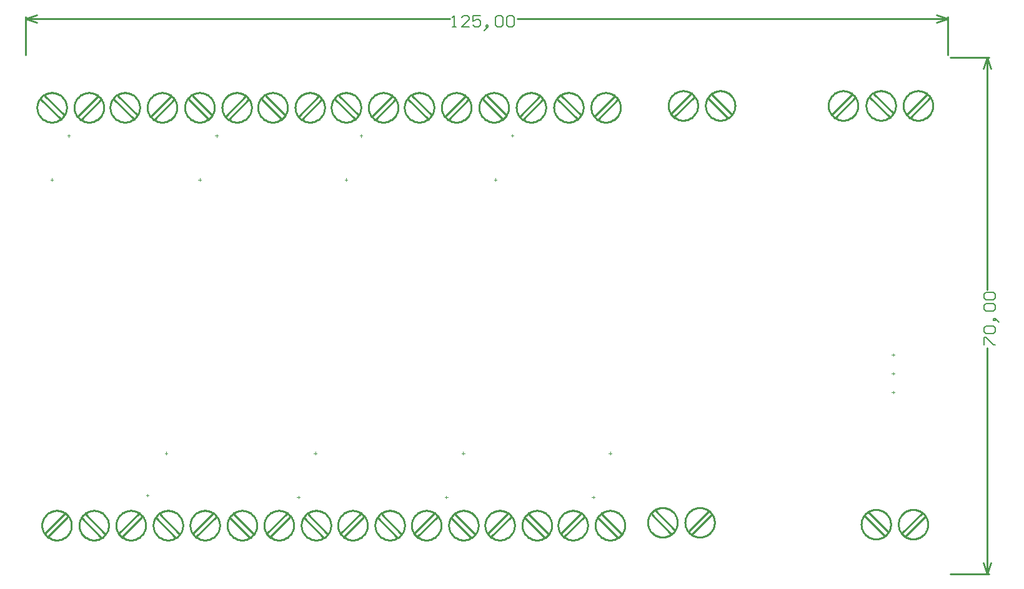
<source format=gm1>
%FSDAX24Y24*%
%MOIN*%
%SFA1B1*%

%IPPOS*%
%ADD23C,0.010000*%
%ADD96C,0.003900*%
%ADD97C,0.006000*%
%LNde-010824-1*%
%LPD*%
G54D23*
X017803Y035800D02*
D01*
X017801Y035854*
X017795Y035909*
X017785Y035963*
X017772Y036016*
X017755Y036069*
X017734Y036120*
X017710Y036169*
X017683Y036217*
X017652Y036262*
X017618Y036305*
X017582Y036346*
X017542Y036384*
X017500Y036420*
X017456Y036452*
X017409Y036481*
X017360Y036507*
X017310Y036529*
X017259Y036548*
X017206Y036563*
X017152Y036575*
X017098Y036582*
X017043Y036586*
X016988*
X016933Y036582*
X016879Y036575*
X016825Y036563*
X016772Y036548*
X016721Y036529*
X016671Y036507*
X016622Y036481*
X016575Y036452*
X016531Y036420*
X016489Y036384*
X016449Y036346*
X016413Y036305*
X016379Y036262*
X016348Y036217*
X016321Y036169*
X016297Y036120*
X016276Y036069*
X016259Y036016*
X016246Y035963*
X016236Y035909*
X016230Y035854*
X016229Y035800*
X016230Y035745*
X016236Y035690*
X016246Y035636*
X016259Y035583*
X016276Y035530*
X016297Y035479*
X016321Y035430*
X016348Y035382*
X016379Y035337*
X016413Y035294*
X016449Y035253*
X016489Y035215*
X016531Y035179*
X016575Y035147*
X016622Y035118*
X016671Y035092*
X016721Y035070*
X016772Y035051*
X016825Y035036*
X016879Y035024*
X016933Y035017*
X016988Y035013*
X017043*
X017098Y035017*
X017152Y035024*
X017206Y035036*
X017259Y035051*
X017310Y035070*
X017360Y035092*
X017409Y035118*
X017456Y035147*
X017500Y035179*
X017542Y035215*
X017582Y035253*
X017618Y035294*
X017652Y035337*
X017683Y035382*
X017710Y035430*
X017734Y035479*
X017755Y035530*
X017772Y035583*
X017785Y035636*
X017795Y035690*
X017801Y035745*
X017803Y035800*
X019787D02*
D01*
X019785Y035854*
X019779Y035909*
X019769Y035963*
X019756Y036016*
X019739Y036069*
X019718Y036120*
X019694Y036169*
X019667Y036217*
X019636Y036262*
X019602Y036305*
X019566Y036346*
X019526Y036384*
X019484Y036420*
X019440Y036452*
X019393Y036481*
X019344Y036507*
X019294Y036529*
X019243Y036548*
X019190Y036563*
X019136Y036575*
X019082Y036582*
X019027Y036586*
X018972*
X018917Y036582*
X018863Y036575*
X018809Y036563*
X018756Y036548*
X018705Y036529*
X018655Y036507*
X018606Y036481*
X018559Y036452*
X018515Y036420*
X018473Y036384*
X018433Y036346*
X018397Y036305*
X018363Y036262*
X018332Y036217*
X018305Y036169*
X018281Y036120*
X018260Y036069*
X018243Y036016*
X018230Y035963*
X018220Y035909*
X018214Y035854*
X018213Y035800*
X018214Y035745*
X018220Y035690*
X018230Y035636*
X018243Y035583*
X018260Y035530*
X018281Y035479*
X018305Y035430*
X018332Y035382*
X018363Y035337*
X018397Y035294*
X018433Y035253*
X018473Y035215*
X018515Y035179*
X018559Y035147*
X018606Y035118*
X018655Y035092*
X018705Y035070*
X018756Y035051*
X018809Y035036*
X018863Y035024*
X018917Y035017*
X018972Y035013*
X019027*
X019082Y035017*
X019136Y035024*
X019190Y035036*
X019243Y035051*
X019294Y035070*
X019344Y035092*
X019393Y035118*
X019440Y035147*
X019484Y035179*
X019526Y035215*
X019566Y035253*
X019602Y035294*
X019636Y035337*
X019667Y035382*
X019694Y035430*
X019718Y035479*
X019739Y035530*
X019756Y035583*
X019769Y035636*
X019779Y035690*
X019785Y035745*
X019787Y035800*
X013903D02*
D01*
X013901Y035854*
X013895Y035909*
X013885Y035963*
X013872Y036016*
X013855Y036069*
X013834Y036120*
X013810Y036169*
X013783Y036217*
X013752Y036262*
X013718Y036305*
X013682Y036346*
X013642Y036384*
X013600Y036420*
X013556Y036452*
X013509Y036481*
X013460Y036507*
X013410Y036529*
X013359Y036548*
X013306Y036563*
X013252Y036575*
X013198Y036582*
X013143Y036586*
X013088*
X013033Y036582*
X012979Y036575*
X012925Y036563*
X012872Y036548*
X012821Y036529*
X012771Y036507*
X012722Y036481*
X012675Y036452*
X012631Y036420*
X012589Y036384*
X012549Y036346*
X012513Y036305*
X012479Y036262*
X012448Y036217*
X012421Y036169*
X012397Y036120*
X012376Y036069*
X012359Y036016*
X012346Y035963*
X012336Y035909*
X012330Y035854*
X012329Y035800*
X012330Y035745*
X012336Y035690*
X012346Y035636*
X012359Y035583*
X012376Y035530*
X012397Y035479*
X012421Y035430*
X012448Y035382*
X012479Y035337*
X012513Y035294*
X012549Y035253*
X012589Y035215*
X012631Y035179*
X012675Y035147*
X012722Y035118*
X012771Y035092*
X012821Y035070*
X012872Y035051*
X012925Y035036*
X012979Y035024*
X013033Y035017*
X013088Y035013*
X013143*
X013198Y035017*
X013252Y035024*
X013306Y035036*
X013359Y035051*
X013410Y035070*
X013460Y035092*
X013509Y035118*
X013556Y035147*
X013600Y035179*
X013642Y035215*
X013682Y035253*
X013718Y035294*
X013752Y035337*
X013783Y035382*
X013810Y035430*
X013834Y035479*
X013855Y035530*
X013872Y035583*
X013885Y035636*
X013895Y035690*
X013901Y035745*
X013903Y035800*
X015887D02*
D01*
X015885Y035854*
X015879Y035909*
X015869Y035963*
X015856Y036016*
X015839Y036069*
X015818Y036120*
X015794Y036169*
X015767Y036217*
X015736Y036262*
X015702Y036305*
X015666Y036346*
X015626Y036384*
X015584Y036420*
X015540Y036452*
X015493Y036481*
X015444Y036507*
X015394Y036529*
X015343Y036548*
X015290Y036563*
X015236Y036575*
X015182Y036582*
X015127Y036586*
X015072*
X015017Y036582*
X014963Y036575*
X014909Y036563*
X014856Y036548*
X014805Y036529*
X014755Y036507*
X014706Y036481*
X014659Y036452*
X014615Y036420*
X014573Y036384*
X014533Y036346*
X014497Y036305*
X014463Y036262*
X014432Y036217*
X014405Y036169*
X014381Y036120*
X014360Y036069*
X014343Y036016*
X014330Y035963*
X014320Y035909*
X014314Y035854*
X014313Y035800*
X014314Y035745*
X014320Y035690*
X014330Y035636*
X014343Y035583*
X014360Y035530*
X014381Y035479*
X014405Y035430*
X014432Y035382*
X014463Y035337*
X014497Y035294*
X014533Y035253*
X014573Y035215*
X014615Y035179*
X014659Y035147*
X014706Y035118*
X014755Y035092*
X014805Y035070*
X014856Y035051*
X014909Y035036*
X014963Y035024*
X015017Y035017*
X015072Y035013*
X015127*
X015182Y035017*
X015236Y035024*
X015290Y035036*
X015343Y035051*
X015394Y035070*
X015444Y035092*
X015493Y035118*
X015540Y035147*
X015584Y035179*
X015626Y035215*
X015666Y035253*
X015702Y035294*
X015736Y035337*
X015767Y035382*
X015794Y035430*
X015818Y035479*
X015839Y035530*
X015856Y035583*
X015869Y035636*
X015879Y035690*
X015885Y035745*
X015887Y035800*
X025687D02*
D01*
X025685Y035854*
X025679Y035909*
X025669Y035963*
X025656Y036016*
X025639Y036069*
X025618Y036120*
X025594Y036169*
X025567Y036217*
X025536Y036262*
X025502Y036305*
X025466Y036346*
X025426Y036384*
X025384Y036420*
X025340Y036452*
X025293Y036481*
X025244Y036507*
X025194Y036529*
X025143Y036548*
X025090Y036563*
X025036Y036575*
X024982Y036582*
X024927Y036586*
X024872*
X024817Y036582*
X024763Y036575*
X024709Y036563*
X024656Y036548*
X024605Y036529*
X024555Y036507*
X024506Y036481*
X024459Y036452*
X024415Y036420*
X024373Y036384*
X024333Y036346*
X024297Y036305*
X024263Y036262*
X024232Y036217*
X024205Y036169*
X024181Y036120*
X024160Y036069*
X024143Y036016*
X024130Y035963*
X024120Y035909*
X024114Y035854*
X024113Y035800*
X024114Y035745*
X024120Y035690*
X024130Y035636*
X024143Y035583*
X024160Y035530*
X024181Y035479*
X024205Y035430*
X024232Y035382*
X024263Y035337*
X024297Y035294*
X024333Y035253*
X024373Y035215*
X024415Y035179*
X024459Y035147*
X024506Y035118*
X024555Y035092*
X024605Y035070*
X024656Y035051*
X024709Y035036*
X024763Y035024*
X024817Y035017*
X024872Y035013*
X024927*
X024982Y035017*
X025036Y035024*
X025090Y035036*
X025143Y035051*
X025194Y035070*
X025244Y035092*
X025293Y035118*
X025340Y035147*
X025384Y035179*
X025426Y035215*
X025466Y035253*
X025502Y035294*
X025536Y035337*
X025567Y035382*
X025594Y035430*
X025618Y035479*
X025639Y035530*
X025656Y035583*
X025669Y035636*
X025679Y035690*
X025685Y035745*
X025687Y035800*
X027672D02*
D01*
X027670Y035854*
X027664Y035909*
X027654Y035963*
X027641Y036016*
X027624Y036069*
X027603Y036120*
X027579Y036169*
X027552Y036217*
X027521Y036262*
X027487Y036305*
X027451Y036346*
X027411Y036384*
X027369Y036420*
X027325Y036452*
X027278Y036481*
X027229Y036507*
X027179Y036529*
X027128Y036548*
X027075Y036563*
X027021Y036575*
X026967Y036582*
X026912Y036586*
X026857*
X026802Y036582*
X026748Y036575*
X026694Y036563*
X026641Y036548*
X026590Y036529*
X026540Y036507*
X026491Y036481*
X026444Y036452*
X026400Y036420*
X026358Y036384*
X026318Y036346*
X026282Y036305*
X026248Y036262*
X026217Y036217*
X026190Y036169*
X026166Y036120*
X026145Y036069*
X026128Y036016*
X026115Y035963*
X026105Y035909*
X026099Y035854*
X026098Y035800*
X026099Y035745*
X026105Y035690*
X026115Y035636*
X026128Y035583*
X026145Y035530*
X026166Y035479*
X026190Y035430*
X026217Y035382*
X026248Y035337*
X026282Y035294*
X026318Y035253*
X026358Y035215*
X026400Y035179*
X026444Y035147*
X026491Y035118*
X026540Y035092*
X026590Y035070*
X026641Y035051*
X026694Y035036*
X026748Y035024*
X026802Y035017*
X026857Y035013*
X026912*
X026967Y035017*
X027021Y035024*
X027075Y035036*
X027128Y035051*
X027179Y035070*
X027229Y035092*
X027278Y035118*
X027325Y035147*
X027369Y035179*
X027411Y035215*
X027451Y035253*
X027487Y035294*
X027521Y035337*
X027552Y035382*
X027579Y035430*
X027603Y035479*
X027624Y035530*
X027641Y035583*
X027654Y035636*
X027664Y035690*
X027670Y035745*
X027672Y035800*
X021787D02*
D01*
X021785Y035854*
X021779Y035909*
X021769Y035963*
X021756Y036016*
X021739Y036069*
X021718Y036120*
X021694Y036169*
X021667Y036217*
X021636Y036262*
X021602Y036305*
X021566Y036346*
X021526Y036384*
X021484Y036420*
X021440Y036452*
X021393Y036481*
X021344Y036507*
X021294Y036529*
X021243Y036548*
X021190Y036563*
X021136Y036575*
X021082Y036582*
X021027Y036586*
X020972*
X020917Y036582*
X020863Y036575*
X020809Y036563*
X020756Y036548*
X020705Y036529*
X020655Y036507*
X020606Y036481*
X020559Y036452*
X020515Y036420*
X020473Y036384*
X020433Y036346*
X020397Y036305*
X020363Y036262*
X020332Y036217*
X020305Y036169*
X020281Y036120*
X020260Y036069*
X020243Y036016*
X020230Y035963*
X020220Y035909*
X020214Y035854*
X020213Y035800*
X020214Y035745*
X020220Y035690*
X020230Y035636*
X020243Y035583*
X020260Y035530*
X020281Y035479*
X020305Y035430*
X020332Y035382*
X020363Y035337*
X020397Y035294*
X020433Y035253*
X020473Y035215*
X020515Y035179*
X020559Y035147*
X020606Y035118*
X020655Y035092*
X020705Y035070*
X020756Y035051*
X020809Y035036*
X020863Y035024*
X020917Y035017*
X020972Y035013*
X021027*
X021082Y035017*
X021136Y035024*
X021190Y035036*
X021243Y035051*
X021294Y035070*
X021344Y035092*
X021393Y035118*
X021440Y035147*
X021484Y035179*
X021526Y035215*
X021566Y035253*
X021602Y035294*
X021636Y035337*
X021667Y035382*
X021694Y035430*
X021718Y035479*
X021739Y035530*
X021756Y035583*
X021769Y035636*
X021779Y035690*
X021785Y035745*
X021787Y035800*
X023772D02*
D01*
X023770Y035854*
X023764Y035909*
X023754Y035963*
X023741Y036016*
X023724Y036069*
X023703Y036120*
X023679Y036169*
X023652Y036217*
X023621Y036262*
X023587Y036305*
X023551Y036346*
X023511Y036384*
X023469Y036420*
X023425Y036452*
X023378Y036481*
X023329Y036507*
X023279Y036529*
X023228Y036548*
X023175Y036563*
X023121Y036575*
X023067Y036582*
X023012Y036586*
X022957*
X022902Y036582*
X022848Y036575*
X022794Y036563*
X022741Y036548*
X022690Y036529*
X022640Y036507*
X022591Y036481*
X022544Y036452*
X022500Y036420*
X022458Y036384*
X022418Y036346*
X022382Y036305*
X022348Y036262*
X022317Y036217*
X022290Y036169*
X022266Y036120*
X022245Y036069*
X022228Y036016*
X022215Y035963*
X022205Y035909*
X022199Y035854*
X022198Y035800*
X022199Y035745*
X022205Y035690*
X022215Y035636*
X022228Y035583*
X022245Y035530*
X022266Y035479*
X022290Y035430*
X022317Y035382*
X022348Y035337*
X022382Y035294*
X022418Y035253*
X022458Y035215*
X022500Y035179*
X022544Y035147*
X022591Y035118*
X022640Y035092*
X022690Y035070*
X022741Y035051*
X022794Y035036*
X022848Y035024*
X022902Y035017*
X022957Y035013*
X023012*
X023067Y035017*
X023121Y035024*
X023175Y035036*
X023228Y035051*
X023279Y035070*
X023329Y035092*
X023378Y035118*
X023425Y035147*
X023469Y035179*
X023511Y035215*
X023551Y035253*
X023587Y035294*
X023621Y035337*
X023652Y035382*
X023679Y035430*
X023703Y035479*
X023724Y035530*
X023741Y035583*
X023754Y035636*
X023764Y035690*
X023770Y035745*
X023772Y035800*
X033503D02*
D01*
X033501Y035854*
X033495Y035909*
X033485Y035963*
X033472Y036016*
X033455Y036069*
X033434Y036120*
X033410Y036169*
X033383Y036217*
X033352Y036262*
X033318Y036305*
X033282Y036346*
X033242Y036384*
X033200Y036420*
X033156Y036452*
X033109Y036481*
X033060Y036507*
X033010Y036529*
X032959Y036548*
X032906Y036563*
X032852Y036575*
X032798Y036582*
X032743Y036586*
X032688*
X032633Y036582*
X032579Y036575*
X032525Y036563*
X032472Y036548*
X032421Y036529*
X032371Y036507*
X032322Y036481*
X032275Y036452*
X032231Y036420*
X032189Y036384*
X032149Y036346*
X032113Y036305*
X032079Y036262*
X032048Y036217*
X032021Y036169*
X031997Y036120*
X031976Y036069*
X031959Y036016*
X031946Y035963*
X031936Y035909*
X031930Y035854*
X031929Y035800*
X031930Y035745*
X031936Y035690*
X031946Y035636*
X031959Y035583*
X031976Y035530*
X031997Y035479*
X032021Y035430*
X032048Y035382*
X032079Y035337*
X032113Y035294*
X032149Y035253*
X032189Y035215*
X032231Y035179*
X032275Y035147*
X032322Y035118*
X032371Y035092*
X032421Y035070*
X032472Y035051*
X032525Y035036*
X032579Y035024*
X032633Y035017*
X032688Y035013*
X032743*
X032798Y035017*
X032852Y035024*
X032906Y035036*
X032959Y035051*
X033010Y035070*
X033060Y035092*
X033109Y035118*
X033156Y035147*
X033200Y035179*
X033242Y035215*
X033282Y035253*
X033318Y035294*
X033352Y035337*
X033383Y035382*
X033410Y035430*
X033434Y035479*
X033455Y035530*
X033472Y035583*
X033485Y035636*
X033495Y035690*
X033501Y035745*
X033503Y035800*
X035487D02*
D01*
X035485Y035854*
X035479Y035909*
X035469Y035963*
X035456Y036016*
X035439Y036069*
X035418Y036120*
X035394Y036169*
X035367Y036217*
X035336Y036262*
X035302Y036305*
X035266Y036346*
X035226Y036384*
X035184Y036420*
X035140Y036452*
X035093Y036481*
X035044Y036507*
X034994Y036529*
X034943Y036548*
X034890Y036563*
X034836Y036575*
X034782Y036582*
X034727Y036586*
X034672*
X034617Y036582*
X034563Y036575*
X034509Y036563*
X034456Y036548*
X034405Y036529*
X034355Y036507*
X034306Y036481*
X034259Y036452*
X034215Y036420*
X034173Y036384*
X034133Y036346*
X034097Y036305*
X034063Y036262*
X034032Y036217*
X034005Y036169*
X033981Y036120*
X033960Y036069*
X033943Y036016*
X033930Y035963*
X033920Y035909*
X033914Y035854*
X033913Y035800*
X033914Y035745*
X033920Y035690*
X033930Y035636*
X033943Y035583*
X033960Y035530*
X033981Y035479*
X034005Y035430*
X034032Y035382*
X034063Y035337*
X034097Y035294*
X034133Y035253*
X034173Y035215*
X034215Y035179*
X034259Y035147*
X034306Y035118*
X034355Y035092*
X034405Y035070*
X034456Y035051*
X034509Y035036*
X034563Y035024*
X034617Y035017*
X034672Y035013*
X034727*
X034782Y035017*
X034836Y035024*
X034890Y035036*
X034943Y035051*
X034994Y035070*
X035044Y035092*
X035093Y035118*
X035140Y035147*
X035184Y035179*
X035226Y035215*
X035266Y035253*
X035302Y035294*
X035336Y035337*
X035367Y035382*
X035394Y035430*
X035418Y035479*
X035439Y035530*
X035456Y035583*
X035469Y035636*
X035479Y035690*
X035485Y035745*
X035487Y035800*
X029603D02*
D01*
X029601Y035854*
X029595Y035909*
X029585Y035963*
X029572Y036016*
X029555Y036069*
X029534Y036120*
X029510Y036169*
X029483Y036217*
X029452Y036262*
X029418Y036305*
X029382Y036346*
X029342Y036384*
X029300Y036420*
X029256Y036452*
X029209Y036481*
X029160Y036507*
X029110Y036529*
X029059Y036548*
X029006Y036563*
X028952Y036575*
X028898Y036582*
X028843Y036586*
X028788*
X028733Y036582*
X028679Y036575*
X028625Y036563*
X028572Y036548*
X028521Y036529*
X028471Y036507*
X028422Y036481*
X028375Y036452*
X028331Y036420*
X028289Y036384*
X028249Y036346*
X028213Y036305*
X028179Y036262*
X028148Y036217*
X028121Y036169*
X028097Y036120*
X028076Y036069*
X028059Y036016*
X028046Y035963*
X028036Y035909*
X028030Y035854*
X028029Y035800*
X028030Y035745*
X028036Y035690*
X028046Y035636*
X028059Y035583*
X028076Y035530*
X028097Y035479*
X028121Y035430*
X028148Y035382*
X028179Y035337*
X028213Y035294*
X028249Y035253*
X028289Y035215*
X028331Y035179*
X028375Y035147*
X028422Y035118*
X028471Y035092*
X028521Y035070*
X028572Y035051*
X028625Y035036*
X028679Y035024*
X028733Y035017*
X028788Y035013*
X028843*
X028898Y035017*
X028952Y035024*
X029006Y035036*
X029059Y035051*
X029110Y035070*
X029160Y035092*
X029209Y035118*
X029256Y035147*
X029300Y035179*
X029342Y035215*
X029382Y035253*
X029418Y035294*
X029452Y035337*
X029483Y035382*
X029510Y035430*
X029534Y035479*
X029555Y035530*
X029572Y035583*
X029585Y035636*
X029595Y035690*
X029601Y035745*
X029603Y035800*
X031587D02*
D01*
X031585Y035854*
X031579Y035909*
X031569Y035963*
X031556Y036016*
X031539Y036069*
X031518Y036120*
X031494Y036169*
X031467Y036217*
X031436Y036262*
X031402Y036305*
X031366Y036346*
X031326Y036384*
X031284Y036420*
X031240Y036452*
X031193Y036481*
X031144Y036507*
X031094Y036529*
X031043Y036548*
X030990Y036563*
X030936Y036575*
X030882Y036582*
X030827Y036586*
X030772*
X030717Y036582*
X030663Y036575*
X030609Y036563*
X030556Y036548*
X030505Y036529*
X030455Y036507*
X030406Y036481*
X030359Y036452*
X030315Y036420*
X030273Y036384*
X030233Y036346*
X030197Y036305*
X030163Y036262*
X030132Y036217*
X030105Y036169*
X030081Y036120*
X030060Y036069*
X030043Y036016*
X030030Y035963*
X030020Y035909*
X030014Y035854*
X030013Y035800*
X030014Y035745*
X030020Y035690*
X030030Y035636*
X030043Y035583*
X030060Y035530*
X030081Y035479*
X030105Y035430*
X030132Y035382*
X030163Y035337*
X030197Y035294*
X030233Y035253*
X030273Y035215*
X030315Y035179*
X030359Y035147*
X030406Y035118*
X030455Y035092*
X030505Y035070*
X030556Y035051*
X030609Y035036*
X030663Y035024*
X030717Y035017*
X030772Y035013*
X030827*
X030882Y035017*
X030936Y035024*
X030990Y035036*
X031043Y035051*
X031094Y035070*
X031144Y035092*
X031193Y035118*
X031240Y035147*
X031284Y035179*
X031326Y035215*
X031366Y035253*
X031402Y035294*
X031436Y035337*
X031467Y035382*
X031494Y035430*
X031518Y035479*
X031539Y035530*
X031556Y035583*
X031569Y035636*
X031579Y035690*
X031585Y035745*
X031587Y035800*
X041472D02*
D01*
X041470Y035854*
X041464Y035909*
X041454Y035963*
X041441Y036016*
X041424Y036069*
X041403Y036120*
X041379Y036169*
X041352Y036217*
X041321Y036262*
X041287Y036305*
X041251Y036346*
X041211Y036384*
X041169Y036420*
X041125Y036452*
X041078Y036481*
X041029Y036507*
X040979Y036529*
X040928Y036548*
X040875Y036563*
X040821Y036575*
X040767Y036582*
X040712Y036586*
X040657*
X040602Y036582*
X040548Y036575*
X040494Y036563*
X040441Y036548*
X040390Y036529*
X040340Y036507*
X040291Y036481*
X040244Y036452*
X040200Y036420*
X040158Y036384*
X040118Y036346*
X040082Y036305*
X040048Y036262*
X040017Y036217*
X039990Y036169*
X039966Y036120*
X039945Y036069*
X039928Y036016*
X039915Y035963*
X039905Y035909*
X039899Y035854*
X039898Y035800*
X039899Y035745*
X039905Y035690*
X039915Y035636*
X039928Y035583*
X039945Y035530*
X039966Y035479*
X039990Y035430*
X040017Y035382*
X040048Y035337*
X040082Y035294*
X040118Y035253*
X040158Y035215*
X040200Y035179*
X040244Y035147*
X040291Y035118*
X040340Y035092*
X040390Y035070*
X040441Y035051*
X040494Y035036*
X040548Y035024*
X040602Y035017*
X040657Y035013*
X040712*
X040767Y035017*
X040821Y035024*
X040875Y035036*
X040928Y035051*
X040979Y035070*
X041029Y035092*
X041078Y035118*
X041125Y035147*
X041169Y035179*
X041211Y035215*
X041251Y035253*
X041287Y035294*
X041321Y035337*
X041352Y035382*
X041379Y035430*
X041403Y035479*
X041424Y035530*
X041441Y035583*
X041454Y035636*
X041464Y035690*
X041470Y035745*
X041472Y035800*
X043456D02*
D01*
X043454Y035854*
X043448Y035909*
X043438Y035963*
X043425Y036016*
X043408Y036069*
X043387Y036120*
X043363Y036169*
X043336Y036217*
X043305Y036262*
X043271Y036305*
X043235Y036346*
X043195Y036384*
X043153Y036420*
X043109Y036452*
X043062Y036481*
X043013Y036507*
X042963Y036529*
X042912Y036548*
X042859Y036563*
X042805Y036575*
X042751Y036582*
X042696Y036586*
X042641*
X042586Y036582*
X042532Y036575*
X042478Y036563*
X042425Y036548*
X042374Y036529*
X042324Y036507*
X042275Y036481*
X042228Y036452*
X042184Y036420*
X042142Y036384*
X042102Y036346*
X042066Y036305*
X042032Y036262*
X042001Y036217*
X041974Y036169*
X041950Y036120*
X041929Y036069*
X041912Y036016*
X041899Y035963*
X041889Y035909*
X041883Y035854*
X041882Y035800*
X041883Y035745*
X041889Y035690*
X041899Y035636*
X041912Y035583*
X041929Y035530*
X041950Y035479*
X041974Y035430*
X042001Y035382*
X042032Y035337*
X042066Y035294*
X042102Y035253*
X042142Y035215*
X042184Y035179*
X042228Y035147*
X042275Y035118*
X042324Y035092*
X042374Y035070*
X042425Y035051*
X042478Y035036*
X042532Y035024*
X042586Y035017*
X042641Y035013*
X042696*
X042751Y035017*
X042805Y035024*
X042859Y035036*
X042912Y035051*
X042963Y035070*
X043013Y035092*
X043062Y035118*
X043109Y035147*
X043153Y035179*
X043195Y035215*
X043235Y035253*
X043271Y035294*
X043305Y035337*
X043336Y035382*
X043363Y035430*
X043387Y035479*
X043408Y035530*
X043425Y035583*
X043438Y035636*
X043448Y035690*
X043454Y035745*
X043456Y035800*
X037487D02*
D01*
X037485Y035854*
X037479Y035909*
X037469Y035963*
X037456Y036016*
X037439Y036069*
X037418Y036120*
X037394Y036169*
X037367Y036217*
X037336Y036262*
X037302Y036305*
X037266Y036346*
X037226Y036384*
X037184Y036420*
X037140Y036452*
X037093Y036481*
X037044Y036507*
X036994Y036529*
X036943Y036548*
X036890Y036563*
X036836Y036575*
X036782Y036582*
X036727Y036586*
X036672*
X036617Y036582*
X036563Y036575*
X036509Y036563*
X036456Y036548*
X036405Y036529*
X036355Y036507*
X036306Y036481*
X036259Y036452*
X036215Y036420*
X036173Y036384*
X036133Y036346*
X036097Y036305*
X036063Y036262*
X036032Y036217*
X036005Y036169*
X035981Y036120*
X035960Y036069*
X035943Y036016*
X035930Y035963*
X035920Y035909*
X035914Y035854*
X035913Y035800*
X035914Y035745*
X035920Y035690*
X035930Y035636*
X035943Y035583*
X035960Y035530*
X035981Y035479*
X036005Y035430*
X036032Y035382*
X036063Y035337*
X036097Y035294*
X036133Y035253*
X036173Y035215*
X036215Y035179*
X036259Y035147*
X036306Y035118*
X036355Y035092*
X036405Y035070*
X036456Y035051*
X036509Y035036*
X036563Y035024*
X036617Y035017*
X036672Y035013*
X036727*
X036782Y035017*
X036836Y035024*
X036890Y035036*
X036943Y035051*
X036994Y035070*
X037044Y035092*
X037093Y035118*
X037140Y035147*
X037184Y035179*
X037226Y035215*
X037266Y035253*
X037302Y035294*
X037336Y035337*
X037367Y035382*
X037394Y035430*
X037418Y035479*
X037439Y035530*
X037456Y035583*
X037469Y035636*
X037479Y035690*
X037485Y035745*
X037487Y035800*
X039472D02*
D01*
X039470Y035854*
X039464Y035909*
X039454Y035963*
X039441Y036016*
X039424Y036069*
X039403Y036120*
X039379Y036169*
X039352Y036217*
X039321Y036262*
X039287Y036305*
X039251Y036346*
X039211Y036384*
X039169Y036420*
X039125Y036452*
X039078Y036481*
X039029Y036507*
X038979Y036529*
X038928Y036548*
X038875Y036563*
X038821Y036575*
X038767Y036582*
X038712Y036586*
X038657*
X038602Y036582*
X038548Y036575*
X038494Y036563*
X038441Y036548*
X038390Y036529*
X038340Y036507*
X038291Y036481*
X038244Y036452*
X038200Y036420*
X038158Y036384*
X038118Y036346*
X038082Y036305*
X038048Y036262*
X038017Y036217*
X037990Y036169*
X037966Y036120*
X037945Y036069*
X037928Y036016*
X037915Y035963*
X037905Y035909*
X037899Y035854*
X037898Y035800*
X037899Y035745*
X037905Y035690*
X037915Y035636*
X037928Y035583*
X037945Y035530*
X037966Y035479*
X037990Y035430*
X038017Y035382*
X038048Y035337*
X038082Y035294*
X038118Y035253*
X038158Y035215*
X038200Y035179*
X038244Y035147*
X038291Y035118*
X038340Y035092*
X038390Y035070*
X038441Y035051*
X038494Y035036*
X038548Y035024*
X038602Y035017*
X038657Y035013*
X038712*
X038767Y035017*
X038821Y035024*
X038875Y035036*
X038928Y035051*
X038979Y035070*
X039029Y035092*
X039078Y035118*
X039125Y035147*
X039169Y035179*
X039211Y035215*
X039251Y035253*
X039287Y035294*
X039321Y035337*
X039352Y035382*
X039379Y035430*
X039403Y035479*
X039424Y035530*
X039441Y035583*
X039454Y035636*
X039464Y035690*
X039470Y035745*
X039472Y035800*
X039787Y013500D02*
D01*
X039785Y013554*
X039779Y013609*
X039769Y013663*
X039756Y013716*
X039739Y013769*
X039718Y013820*
X039694Y013869*
X039667Y013917*
X039636Y013962*
X039602Y014005*
X039566Y014046*
X039526Y014084*
X039484Y014120*
X039440Y014152*
X039393Y014181*
X039344Y014207*
X039294Y014229*
X039243Y014248*
X039190Y014263*
X039136Y014275*
X039082Y014282*
X039027Y014286*
X038972*
X038917Y014282*
X038863Y014275*
X038809Y014263*
X038756Y014248*
X038705Y014229*
X038655Y014207*
X038606Y014181*
X038559Y014152*
X038515Y014120*
X038473Y014084*
X038433Y014046*
X038397Y014005*
X038363Y013962*
X038332Y013917*
X038305Y013869*
X038281Y013820*
X038260Y013769*
X038243Y013716*
X038230Y013663*
X038220Y013609*
X038214Y013554*
X038213Y013500*
X038214Y013445*
X038220Y013390*
X038230Y013336*
X038243Y013283*
X038260Y013230*
X038281Y013179*
X038305Y013130*
X038332Y013082*
X038363Y013037*
X038397Y012994*
X038433Y012953*
X038473Y012915*
X038515Y012879*
X038559Y012847*
X038606Y012818*
X038655Y012792*
X038705Y012770*
X038756Y012751*
X038809Y012736*
X038863Y012724*
X038917Y012717*
X038972Y012713*
X039027*
X039082Y012717*
X039136Y012724*
X039190Y012736*
X039243Y012751*
X039294Y012770*
X039344Y012792*
X039393Y012818*
X039440Y012847*
X039484Y012879*
X039526Y012915*
X039566Y012953*
X039602Y012994*
X039636Y013037*
X039667Y013082*
X039694Y013130*
X039718Y013179*
X039739Y013230*
X039756Y013283*
X039769Y013336*
X039779Y013390*
X039785Y013445*
X039787Y013500*
X037803D02*
D01*
X037801Y013554*
X037795Y013609*
X037785Y013663*
X037772Y013716*
X037755Y013769*
X037734Y013820*
X037710Y013869*
X037683Y013917*
X037652Y013962*
X037618Y014005*
X037582Y014046*
X037542Y014084*
X037500Y014120*
X037456Y014152*
X037409Y014181*
X037360Y014207*
X037310Y014229*
X037259Y014248*
X037206Y014263*
X037152Y014275*
X037098Y014282*
X037043Y014286*
X036988*
X036933Y014282*
X036879Y014275*
X036825Y014263*
X036772Y014248*
X036721Y014229*
X036671Y014207*
X036622Y014181*
X036575Y014152*
X036531Y014120*
X036489Y014084*
X036449Y014046*
X036413Y014005*
X036379Y013962*
X036348Y013917*
X036321Y013869*
X036297Y013820*
X036276Y013769*
X036259Y013716*
X036246Y013663*
X036236Y013609*
X036230Y013554*
X036229Y013500*
X036230Y013445*
X036236Y013390*
X036246Y013336*
X036259Y013283*
X036276Y013230*
X036297Y013179*
X036321Y013130*
X036348Y013082*
X036379Y013037*
X036413Y012994*
X036449Y012953*
X036489Y012915*
X036531Y012879*
X036575Y012847*
X036622Y012818*
X036671Y012792*
X036721Y012770*
X036772Y012751*
X036825Y012736*
X036879Y012724*
X036933Y012717*
X036988Y012713*
X037043*
X037098Y012717*
X037152Y012724*
X037206Y012736*
X037259Y012751*
X037310Y012770*
X037360Y012792*
X037409Y012818*
X037456Y012847*
X037500Y012879*
X037542Y012915*
X037582Y012953*
X037618Y012994*
X037652Y013037*
X037683Y013082*
X037710Y013130*
X037734Y013179*
X037755Y013230*
X037772Y013283*
X037785Y013336*
X037795Y013390*
X037801Y013445*
X037803Y013500*
X043687D02*
D01*
X043685Y013554*
X043679Y013609*
X043669Y013663*
X043656Y013716*
X043639Y013769*
X043618Y013820*
X043594Y013869*
X043567Y013917*
X043536Y013962*
X043502Y014005*
X043466Y014046*
X043426Y014084*
X043384Y014120*
X043340Y014152*
X043293Y014181*
X043244Y014207*
X043194Y014229*
X043143Y014248*
X043090Y014263*
X043036Y014275*
X042982Y014282*
X042927Y014286*
X042872*
X042817Y014282*
X042763Y014275*
X042709Y014263*
X042656Y014248*
X042605Y014229*
X042555Y014207*
X042506Y014181*
X042459Y014152*
X042415Y014120*
X042373Y014084*
X042333Y014046*
X042297Y014005*
X042263Y013962*
X042232Y013917*
X042205Y013869*
X042181Y013820*
X042160Y013769*
X042143Y013716*
X042130Y013663*
X042120Y013609*
X042114Y013554*
X042113Y013500*
X042114Y013445*
X042120Y013390*
X042130Y013336*
X042143Y013283*
X042160Y013230*
X042181Y013179*
X042205Y013130*
X042232Y013082*
X042263Y013037*
X042297Y012994*
X042333Y012953*
X042373Y012915*
X042415Y012879*
X042459Y012847*
X042506Y012818*
X042555Y012792*
X042605Y012770*
X042656Y012751*
X042709Y012736*
X042763Y012724*
X042817Y012717*
X042872Y012713*
X042927*
X042982Y012717*
X043036Y012724*
X043090Y012736*
X043143Y012751*
X043194Y012770*
X043244Y012792*
X043293Y012818*
X043340Y012847*
X043384Y012879*
X043426Y012915*
X043466Y012953*
X043502Y012994*
X043536Y013037*
X043567Y013082*
X043594Y013130*
X043618Y013179*
X043639Y013230*
X043656Y013283*
X043669Y013336*
X043679Y013390*
X043685Y013445*
X043687Y013500*
X041703D02*
D01*
X041701Y013554*
X041695Y013609*
X041685Y013663*
X041672Y013716*
X041655Y013769*
X041634Y013820*
X041610Y013869*
X041583Y013917*
X041552Y013962*
X041518Y014005*
X041482Y014046*
X041442Y014084*
X041400Y014120*
X041356Y014152*
X041309Y014181*
X041260Y014207*
X041210Y014229*
X041159Y014248*
X041106Y014263*
X041052Y014275*
X040998Y014282*
X040943Y014286*
X040888*
X040833Y014282*
X040779Y014275*
X040725Y014263*
X040672Y014248*
X040621Y014229*
X040571Y014207*
X040522Y014181*
X040475Y014152*
X040431Y014120*
X040389Y014084*
X040349Y014046*
X040313Y014005*
X040279Y013962*
X040248Y013917*
X040221Y013869*
X040197Y013820*
X040176Y013769*
X040159Y013716*
X040146Y013663*
X040136Y013609*
X040130Y013554*
X040129Y013500*
X040130Y013445*
X040136Y013390*
X040146Y013336*
X040159Y013283*
X040176Y013230*
X040197Y013179*
X040221Y013130*
X040248Y013082*
X040279Y013037*
X040313Y012994*
X040349Y012953*
X040389Y012915*
X040431Y012879*
X040475Y012847*
X040522Y012818*
X040571Y012792*
X040621Y012770*
X040672Y012751*
X040725Y012736*
X040779Y012724*
X040833Y012717*
X040888Y012713*
X040943*
X040998Y012717*
X041052Y012724*
X041106Y012736*
X041159Y012751*
X041210Y012770*
X041260Y012792*
X041309Y012818*
X041356Y012847*
X041400Y012879*
X041442Y012915*
X041482Y012953*
X041518Y012994*
X041552Y013037*
X041583Y013082*
X041610Y013130*
X041634Y013179*
X041655Y013230*
X041672Y013283*
X041685Y013336*
X041695Y013390*
X041701Y013445*
X041703Y013500*
X031937D02*
D01*
X031935Y013554*
X031929Y013609*
X031919Y013663*
X031906Y013716*
X031889Y013769*
X031868Y013820*
X031844Y013869*
X031817Y013917*
X031786Y013962*
X031752Y014005*
X031716Y014046*
X031676Y014084*
X031634Y014120*
X031590Y014152*
X031543Y014181*
X031494Y014207*
X031444Y014229*
X031393Y014248*
X031340Y014263*
X031286Y014275*
X031232Y014282*
X031177Y014286*
X031122*
X031067Y014282*
X031013Y014275*
X030959Y014263*
X030906Y014248*
X030855Y014229*
X030805Y014207*
X030756Y014181*
X030709Y014152*
X030665Y014120*
X030623Y014084*
X030583Y014046*
X030547Y014005*
X030513Y013962*
X030482Y013917*
X030455Y013869*
X030431Y013820*
X030410Y013769*
X030393Y013716*
X030380Y013663*
X030370Y013609*
X030364Y013554*
X030363Y013500*
X030364Y013445*
X030370Y013390*
X030380Y013336*
X030393Y013283*
X030410Y013230*
X030431Y013179*
X030455Y013130*
X030482Y013082*
X030513Y013037*
X030547Y012994*
X030583Y012953*
X030623Y012915*
X030665Y012879*
X030709Y012847*
X030756Y012818*
X030805Y012792*
X030855Y012770*
X030906Y012751*
X030959Y012736*
X031013Y012724*
X031067Y012717*
X031122Y012713*
X031177*
X031232Y012717*
X031286Y012724*
X031340Y012736*
X031393Y012751*
X031444Y012770*
X031494Y012792*
X031543Y012818*
X031590Y012847*
X031634Y012879*
X031676Y012915*
X031716Y012953*
X031752Y012994*
X031786Y013037*
X031817Y013082*
X031844Y013130*
X031868Y013179*
X031889Y013230*
X031906Y013283*
X031919Y013336*
X031929Y013390*
X031935Y013445*
X031937Y013500*
X029953D02*
D01*
X029951Y013554*
X029945Y013609*
X029935Y013663*
X029922Y013716*
X029905Y013769*
X029884Y013820*
X029860Y013869*
X029833Y013917*
X029802Y013962*
X029768Y014005*
X029732Y014046*
X029692Y014084*
X029650Y014120*
X029606Y014152*
X029559Y014181*
X029510Y014207*
X029460Y014229*
X029409Y014248*
X029356Y014263*
X029302Y014275*
X029248Y014282*
X029193Y014286*
X029138*
X029083Y014282*
X029029Y014275*
X028975Y014263*
X028922Y014248*
X028871Y014229*
X028821Y014207*
X028772Y014181*
X028725Y014152*
X028681Y014120*
X028639Y014084*
X028599Y014046*
X028563Y014005*
X028529Y013962*
X028498Y013917*
X028471Y013869*
X028447Y013820*
X028426Y013769*
X028409Y013716*
X028396Y013663*
X028386Y013609*
X028380Y013554*
X028379Y013500*
X028380Y013445*
X028386Y013390*
X028396Y013336*
X028409Y013283*
X028426Y013230*
X028447Y013179*
X028471Y013130*
X028498Y013082*
X028529Y013037*
X028563Y012994*
X028599Y012953*
X028639Y012915*
X028681Y012879*
X028725Y012847*
X028772Y012818*
X028821Y012792*
X028871Y012770*
X028922Y012751*
X028975Y012736*
X029029Y012724*
X029083Y012717*
X029138Y012713*
X029193*
X029248Y012717*
X029302Y012724*
X029356Y012736*
X029409Y012751*
X029460Y012770*
X029510Y012792*
X029559Y012818*
X029606Y012847*
X029650Y012879*
X029692Y012915*
X029732Y012953*
X029768Y012994*
X029802Y013037*
X029833Y013082*
X029860Y013130*
X029884Y013179*
X029905Y013230*
X029922Y013283*
X029935Y013336*
X029945Y013390*
X029951Y013445*
X029953Y013500*
X035868D02*
D01*
X035866Y013554*
X035860Y013609*
X035850Y013663*
X035837Y013716*
X035820Y013769*
X035799Y013820*
X035775Y013869*
X035748Y013917*
X035717Y013962*
X035683Y014005*
X035647Y014046*
X035607Y014084*
X035565Y014120*
X035521Y014152*
X035474Y014181*
X035425Y014207*
X035375Y014229*
X035324Y014248*
X035271Y014263*
X035217Y014275*
X035163Y014282*
X035108Y014286*
X035053*
X034998Y014282*
X034944Y014275*
X034890Y014263*
X034837Y014248*
X034786Y014229*
X034736Y014207*
X034687Y014181*
X034640Y014152*
X034596Y014120*
X034554Y014084*
X034514Y014046*
X034478Y014005*
X034444Y013962*
X034413Y013917*
X034386Y013869*
X034362Y013820*
X034341Y013769*
X034324Y013716*
X034311Y013663*
X034301Y013609*
X034295Y013554*
X034294Y013500*
X034295Y013445*
X034301Y013390*
X034311Y013336*
X034324Y013283*
X034341Y013230*
X034362Y013179*
X034386Y013130*
X034413Y013082*
X034444Y013037*
X034478Y012994*
X034514Y012953*
X034554Y012915*
X034596Y012879*
X034640Y012847*
X034687Y012818*
X034736Y012792*
X034786Y012770*
X034837Y012751*
X034890Y012736*
X034944Y012724*
X034998Y012717*
X035053Y012713*
X035108*
X035163Y012717*
X035217Y012724*
X035271Y012736*
X035324Y012751*
X035375Y012770*
X035425Y012792*
X035474Y012818*
X035521Y012847*
X035565Y012879*
X035607Y012915*
X035647Y012953*
X035683Y012994*
X035717Y013037*
X035748Y013082*
X035775Y013130*
X035799Y013179*
X035820Y013230*
X035837Y013283*
X035850Y013336*
X035860Y013390*
X035866Y013445*
X035868Y013500*
X033884D02*
D01*
X033882Y013554*
X033876Y013609*
X033866Y013663*
X033853Y013716*
X033836Y013769*
X033815Y013820*
X033791Y013869*
X033764Y013917*
X033733Y013962*
X033699Y014005*
X033663Y014046*
X033623Y014084*
X033581Y014120*
X033537Y014152*
X033490Y014181*
X033441Y014207*
X033391Y014229*
X033340Y014248*
X033287Y014263*
X033233Y014275*
X033179Y014282*
X033124Y014286*
X033069*
X033014Y014282*
X032960Y014275*
X032906Y014263*
X032853Y014248*
X032802Y014229*
X032752Y014207*
X032703Y014181*
X032656Y014152*
X032612Y014120*
X032570Y014084*
X032530Y014046*
X032494Y014005*
X032460Y013962*
X032429Y013917*
X032402Y013869*
X032378Y013820*
X032357Y013769*
X032340Y013716*
X032327Y013663*
X032317Y013609*
X032311Y013554*
X032310Y013500*
X032311Y013445*
X032317Y013390*
X032327Y013336*
X032340Y013283*
X032357Y013230*
X032378Y013179*
X032402Y013130*
X032429Y013082*
X032460Y013037*
X032494Y012994*
X032530Y012953*
X032570Y012915*
X032612Y012879*
X032656Y012847*
X032703Y012818*
X032752Y012792*
X032802Y012770*
X032853Y012751*
X032906Y012736*
X032960Y012724*
X033014Y012717*
X033069Y012713*
X033124*
X033179Y012717*
X033233Y012724*
X033287Y012736*
X033340Y012751*
X033391Y012770*
X033441Y012792*
X033490Y012818*
X033537Y012847*
X033581Y012879*
X033623Y012915*
X033663Y012953*
X033699Y012994*
X033733Y013037*
X033764Y013082*
X033791Y013130*
X033815Y013179*
X033836Y013230*
X033853Y013283*
X033866Y013336*
X033876Y013390*
X033882Y013445*
X033884Y013500*
X024053D02*
D01*
X024051Y013554*
X024045Y013609*
X024035Y013663*
X024022Y013716*
X024005Y013769*
X023984Y013820*
X023960Y013869*
X023933Y013917*
X023902Y013962*
X023868Y014005*
X023832Y014046*
X023792Y014084*
X023750Y014120*
X023706Y014152*
X023659Y014181*
X023610Y014207*
X023560Y014229*
X023509Y014248*
X023456Y014263*
X023402Y014275*
X023348Y014282*
X023293Y014286*
X023238*
X023183Y014282*
X023129Y014275*
X023075Y014263*
X023022Y014248*
X022971Y014229*
X022921Y014207*
X022872Y014181*
X022825Y014152*
X022781Y014120*
X022739Y014084*
X022699Y014046*
X022663Y014005*
X022629Y013962*
X022598Y013917*
X022571Y013869*
X022547Y013820*
X022526Y013769*
X022509Y013716*
X022496Y013663*
X022486Y013609*
X022480Y013554*
X022479Y013500*
X022480Y013445*
X022486Y013390*
X022496Y013336*
X022509Y013283*
X022526Y013230*
X022547Y013179*
X022571Y013130*
X022598Y013082*
X022629Y013037*
X022663Y012994*
X022699Y012953*
X022739Y012915*
X022781Y012879*
X022825Y012847*
X022872Y012818*
X022921Y012792*
X022971Y012770*
X023022Y012751*
X023075Y012736*
X023129Y012724*
X023183Y012717*
X023238Y012713*
X023293*
X023348Y012717*
X023402Y012724*
X023456Y012736*
X023509Y012751*
X023560Y012770*
X023610Y012792*
X023659Y012818*
X023706Y012847*
X023750Y012879*
X023792Y012915*
X023832Y012953*
X023868Y012994*
X023902Y013037*
X023933Y013082*
X023960Y013130*
X023984Y013179*
X024005Y013230*
X024022Y013283*
X024035Y013336*
X024045Y013390*
X024051Y013445*
X024053Y013500*
X022069D02*
D01*
X022067Y013554*
X022061Y013609*
X022051Y013663*
X022038Y013716*
X022021Y013769*
X022000Y013820*
X021976Y013869*
X021949Y013917*
X021918Y013962*
X021884Y014005*
X021848Y014046*
X021808Y014084*
X021766Y014120*
X021722Y014152*
X021675Y014181*
X021626Y014207*
X021576Y014229*
X021525Y014248*
X021472Y014263*
X021418Y014275*
X021364Y014282*
X021309Y014286*
X021254*
X021199Y014282*
X021145Y014275*
X021091Y014263*
X021038Y014248*
X020987Y014229*
X020937Y014207*
X020888Y014181*
X020841Y014152*
X020797Y014120*
X020755Y014084*
X020715Y014046*
X020679Y014005*
X020645Y013962*
X020614Y013917*
X020587Y013869*
X020563Y013820*
X020542Y013769*
X020525Y013716*
X020512Y013663*
X020502Y013609*
X020496Y013554*
X020495Y013500*
X020496Y013445*
X020502Y013390*
X020512Y013336*
X020525Y013283*
X020542Y013230*
X020563Y013179*
X020587Y013130*
X020614Y013082*
X020645Y013037*
X020679Y012994*
X020715Y012953*
X020755Y012915*
X020797Y012879*
X020841Y012847*
X020888Y012818*
X020937Y012792*
X020987Y012770*
X021038Y012751*
X021091Y012736*
X021145Y012724*
X021199Y012717*
X021254Y012713*
X021309*
X021364Y012717*
X021418Y012724*
X021472Y012736*
X021525Y012751*
X021576Y012770*
X021626Y012792*
X021675Y012818*
X021722Y012847*
X021766Y012879*
X021808Y012915*
X021848Y012953*
X021884Y012994*
X021918Y013037*
X021949Y013082*
X021976Y013130*
X022000Y013179*
X022021Y013230*
X022038Y013283*
X022051Y013336*
X022061Y013390*
X022067Y013445*
X022069Y013500*
X028003D02*
D01*
X028001Y013554*
X027995Y013609*
X027985Y013663*
X027972Y013716*
X027955Y013769*
X027934Y013820*
X027910Y013869*
X027883Y013917*
X027852Y013962*
X027818Y014005*
X027782Y014046*
X027742Y014084*
X027700Y014120*
X027656Y014152*
X027609Y014181*
X027560Y014207*
X027510Y014229*
X027459Y014248*
X027406Y014263*
X027352Y014275*
X027298Y014282*
X027243Y014286*
X027188*
X027133Y014282*
X027079Y014275*
X027025Y014263*
X026972Y014248*
X026921Y014229*
X026871Y014207*
X026822Y014181*
X026775Y014152*
X026731Y014120*
X026689Y014084*
X026649Y014046*
X026613Y014005*
X026579Y013962*
X026548Y013917*
X026521Y013869*
X026497Y013820*
X026476Y013769*
X026459Y013716*
X026446Y013663*
X026436Y013609*
X026430Y013554*
X026429Y013500*
X026430Y013445*
X026436Y013390*
X026446Y013336*
X026459Y013283*
X026476Y013230*
X026497Y013179*
X026521Y013130*
X026548Y013082*
X026579Y013037*
X026613Y012994*
X026649Y012953*
X026689Y012915*
X026731Y012879*
X026775Y012847*
X026822Y012818*
X026871Y012792*
X026921Y012770*
X026972Y012751*
X027025Y012736*
X027079Y012724*
X027133Y012717*
X027188Y012713*
X027243*
X027298Y012717*
X027352Y012724*
X027406Y012736*
X027459Y012751*
X027510Y012770*
X027560Y012792*
X027609Y012818*
X027656Y012847*
X027700Y012879*
X027742Y012915*
X027782Y012953*
X027818Y012994*
X027852Y013037*
X027883Y013082*
X027910Y013130*
X027934Y013179*
X027955Y013230*
X027972Y013283*
X027985Y013336*
X027995Y013390*
X028001Y013445*
X028003Y013500*
X026019D02*
D01*
X026017Y013554*
X026011Y013609*
X026001Y013663*
X025988Y013716*
X025971Y013769*
X025950Y013820*
X025926Y013869*
X025899Y013917*
X025868Y013962*
X025834Y014005*
X025798Y014046*
X025758Y014084*
X025716Y014120*
X025672Y014152*
X025625Y014181*
X025576Y014207*
X025526Y014229*
X025475Y014248*
X025422Y014263*
X025368Y014275*
X025314Y014282*
X025259Y014286*
X025204*
X025149Y014282*
X025095Y014275*
X025041Y014263*
X024988Y014248*
X024937Y014229*
X024887Y014207*
X024838Y014181*
X024791Y014152*
X024747Y014120*
X024705Y014084*
X024665Y014046*
X024629Y014005*
X024595Y013962*
X024564Y013917*
X024537Y013869*
X024513Y013820*
X024492Y013769*
X024475Y013716*
X024462Y013663*
X024452Y013609*
X024446Y013554*
X024445Y013500*
X024446Y013445*
X024452Y013390*
X024462Y013336*
X024475Y013283*
X024492Y013230*
X024513Y013179*
X024537Y013130*
X024564Y013082*
X024595Y013037*
X024629Y012994*
X024665Y012953*
X024705Y012915*
X024747Y012879*
X024791Y012847*
X024838Y012818*
X024887Y012792*
X024937Y012770*
X024988Y012751*
X025041Y012736*
X025095Y012724*
X025149Y012717*
X025204Y012713*
X025259*
X025314Y012717*
X025368Y012724*
X025422Y012736*
X025475Y012751*
X025526Y012770*
X025576Y012792*
X025625Y012818*
X025672Y012847*
X025716Y012879*
X025758Y012915*
X025798Y012953*
X025834Y012994*
X025868Y013037*
X025899Y013082*
X025926Y013130*
X025950Y013179*
X025971Y013230*
X025988Y013283*
X026001Y013336*
X026011Y013390*
X026017Y013445*
X026019Y013500*
X016149D02*
D01*
X016147Y013554*
X016141Y013609*
X016131Y013663*
X016118Y013716*
X016101Y013769*
X016080Y013820*
X016056Y013869*
X016029Y013917*
X015998Y013962*
X015964Y014005*
X015928Y014046*
X015888Y014084*
X015846Y014120*
X015802Y014152*
X015755Y014181*
X015706Y014207*
X015656Y014229*
X015605Y014248*
X015552Y014263*
X015498Y014275*
X015444Y014282*
X015389Y014286*
X015334*
X015279Y014282*
X015225Y014275*
X015171Y014263*
X015118Y014248*
X015067Y014229*
X015017Y014207*
X014968Y014181*
X014921Y014152*
X014877Y014120*
X014835Y014084*
X014795Y014046*
X014759Y014005*
X014725Y013962*
X014694Y013917*
X014667Y013869*
X014643Y013820*
X014622Y013769*
X014605Y013716*
X014592Y013663*
X014582Y013609*
X014576Y013554*
X014575Y013500*
X014576Y013445*
X014582Y013390*
X014592Y013336*
X014605Y013283*
X014622Y013230*
X014643Y013179*
X014667Y013130*
X014694Y013082*
X014725Y013037*
X014759Y012994*
X014795Y012953*
X014835Y012915*
X014877Y012879*
X014921Y012847*
X014968Y012818*
X015017Y012792*
X015067Y012770*
X015118Y012751*
X015171Y012736*
X015225Y012724*
X015279Y012717*
X015334Y012713*
X015389*
X015444Y012717*
X015498Y012724*
X015552Y012736*
X015605Y012751*
X015656Y012770*
X015706Y012792*
X015755Y012818*
X015802Y012847*
X015846Y012879*
X015888Y012915*
X015928Y012953*
X015964Y012994*
X015998Y013037*
X016029Y013082*
X016056Y013130*
X016080Y013179*
X016101Y013230*
X016118Y013283*
X016131Y013336*
X016141Y013390*
X016147Y013445*
X016149Y013500*
X014165D02*
D01*
X014163Y013554*
X014157Y013609*
X014147Y013663*
X014134Y013716*
X014117Y013769*
X014096Y013820*
X014072Y013869*
X014045Y013917*
X014014Y013962*
X013980Y014005*
X013944Y014046*
X013904Y014084*
X013862Y014120*
X013818Y014152*
X013771Y014181*
X013722Y014207*
X013672Y014229*
X013621Y014248*
X013568Y014263*
X013514Y014275*
X013460Y014282*
X013405Y014286*
X013350*
X013295Y014282*
X013241Y014275*
X013187Y014263*
X013134Y014248*
X013083Y014229*
X013033Y014207*
X012984Y014181*
X012937Y014152*
X012893Y014120*
X012851Y014084*
X012811Y014046*
X012775Y014005*
X012741Y013962*
X012710Y013917*
X012683Y013869*
X012659Y013820*
X012638Y013769*
X012621Y013716*
X012608Y013663*
X012598Y013609*
X012592Y013554*
X012591Y013500*
X012592Y013445*
X012598Y013390*
X012608Y013336*
X012621Y013283*
X012638Y013230*
X012659Y013179*
X012683Y013130*
X012710Y013082*
X012741Y013037*
X012775Y012994*
X012811Y012953*
X012851Y012915*
X012893Y012879*
X012937Y012847*
X012984Y012818*
X013033Y012792*
X013083Y012770*
X013134Y012751*
X013187Y012736*
X013241Y012724*
X013295Y012717*
X013350Y012713*
X013405*
X013460Y012717*
X013514Y012724*
X013568Y012736*
X013621Y012751*
X013672Y012770*
X013722Y012792*
X013771Y012818*
X013818Y012847*
X013862Y012879*
X013904Y012915*
X013944Y012953*
X013980Y012994*
X014014Y013037*
X014045Y013082*
X014072Y013130*
X014096Y013179*
X014117Y013230*
X014134Y013283*
X014147Y013336*
X014157Y013390*
X014163Y013445*
X014165Y013500*
X020103D02*
D01*
X020101Y013554*
X020095Y013609*
X020085Y013663*
X020072Y013716*
X020055Y013769*
X020034Y013820*
X020010Y013869*
X019983Y013917*
X019952Y013962*
X019918Y014005*
X019882Y014046*
X019842Y014084*
X019800Y014120*
X019756Y014152*
X019709Y014181*
X019660Y014207*
X019610Y014229*
X019559Y014248*
X019506Y014263*
X019452Y014275*
X019398Y014282*
X019343Y014286*
X019288*
X019233Y014282*
X019179Y014275*
X019125Y014263*
X019072Y014248*
X019021Y014229*
X018971Y014207*
X018922Y014181*
X018875Y014152*
X018831Y014120*
X018789Y014084*
X018749Y014046*
X018713Y014005*
X018679Y013962*
X018648Y013917*
X018621Y013869*
X018597Y013820*
X018576Y013769*
X018559Y013716*
X018546Y013663*
X018536Y013609*
X018530Y013554*
X018529Y013500*
X018530Y013445*
X018536Y013390*
X018546Y013336*
X018559Y013283*
X018576Y013230*
X018597Y013179*
X018621Y013130*
X018648Y013082*
X018679Y013037*
X018713Y012994*
X018749Y012953*
X018789Y012915*
X018831Y012879*
X018875Y012847*
X018922Y012818*
X018971Y012792*
X019021Y012770*
X019072Y012751*
X019125Y012736*
X019179Y012724*
X019233Y012717*
X019288Y012713*
X019343*
X019398Y012717*
X019452Y012724*
X019506Y012736*
X019559Y012751*
X019610Y012770*
X019660Y012792*
X019709Y012818*
X019756Y012847*
X019800Y012879*
X019842Y012915*
X019882Y012953*
X019918Y012994*
X019952Y013037*
X019983Y013082*
X020010Y013130*
X020034Y013179*
X020055Y013230*
X020072Y013283*
X020085Y013336*
X020095Y013390*
X020101Y013445*
X020103Y013500*
X018119D02*
D01*
X018117Y013554*
X018111Y013609*
X018101Y013663*
X018088Y013716*
X018071Y013769*
X018050Y013820*
X018026Y013869*
X017999Y013917*
X017968Y013962*
X017934Y014005*
X017898Y014046*
X017858Y014084*
X017816Y014120*
X017772Y014152*
X017725Y014181*
X017676Y014207*
X017626Y014229*
X017575Y014248*
X017522Y014263*
X017468Y014275*
X017414Y014282*
X017359Y014286*
X017304*
X017249Y014282*
X017195Y014275*
X017141Y014263*
X017088Y014248*
X017037Y014229*
X016987Y014207*
X016938Y014181*
X016891Y014152*
X016847Y014120*
X016805Y014084*
X016765Y014046*
X016729Y014005*
X016695Y013962*
X016664Y013917*
X016637Y013869*
X016613Y013820*
X016592Y013769*
X016575Y013716*
X016562Y013663*
X016552Y013609*
X016546Y013554*
X016545Y013500*
X016546Y013445*
X016552Y013390*
X016562Y013336*
X016575Y013283*
X016592Y013230*
X016613Y013179*
X016637Y013130*
X016664Y013082*
X016695Y013037*
X016729Y012994*
X016765Y012953*
X016805Y012915*
X016847Y012879*
X016891Y012847*
X016938Y012818*
X016987Y012792*
X017037Y012770*
X017088Y012751*
X017141Y012736*
X017195Y012724*
X017249Y012717*
X017304Y012713*
X017359*
X017414Y012717*
X017468Y012724*
X017522Y012736*
X017575Y012751*
X017626Y012770*
X017676Y012792*
X017725Y012818*
X017772Y012847*
X017816Y012879*
X017858Y012915*
X017898Y012953*
X017934Y012994*
X017968Y013037*
X017999Y013082*
X018026Y013130*
X018050Y013179*
X018071Y013230*
X018088Y013283*
X018101Y013336*
X018111Y013390*
X018117Y013445*
X018119Y013500*
X049567Y035900D02*
D01*
X049565Y035954*
X049559Y036009*
X049549Y036063*
X049536Y036116*
X049519Y036169*
X049498Y036220*
X049474Y036269*
X049447Y036317*
X049416Y036362*
X049382Y036405*
X049346Y036446*
X049306Y036484*
X049264Y036520*
X049220Y036552*
X049173Y036581*
X049124Y036607*
X049074Y036629*
X049023Y036648*
X048970Y036663*
X048916Y036675*
X048862Y036682*
X048807Y036686*
X048752*
X048697Y036682*
X048643Y036675*
X048589Y036663*
X048536Y036648*
X048485Y036629*
X048435Y036607*
X048386Y036581*
X048339Y036552*
X048295Y036520*
X048253Y036484*
X048213Y036446*
X048177Y036405*
X048143Y036362*
X048112Y036317*
X048085Y036269*
X048061Y036220*
X048040Y036169*
X048023Y036116*
X048010Y036063*
X048000Y036009*
X047994Y035954*
X047993Y035900*
X047994Y035845*
X048000Y035790*
X048010Y035736*
X048023Y035683*
X048040Y035630*
X048061Y035579*
X048085Y035530*
X048112Y035482*
X048143Y035437*
X048177Y035394*
X048213Y035353*
X048253Y035315*
X048295Y035279*
X048339Y035247*
X048386Y035218*
X048435Y035192*
X048485Y035170*
X048536Y035151*
X048589Y035136*
X048643Y035124*
X048697Y035117*
X048752Y035113*
X048807*
X048862Y035117*
X048916Y035124*
X048970Y035136*
X049023Y035151*
X049074Y035170*
X049124Y035192*
X049173Y035218*
X049220Y035247*
X049264Y035279*
X049306Y035315*
X049346Y035353*
X049382Y035394*
X049416Y035437*
X049447Y035482*
X049474Y035530*
X049498Y035579*
X049519Y035630*
X049536Y035683*
X049549Y035736*
X049559Y035790*
X049565Y035845*
X049567Y035900*
X047582D02*
D01*
X047580Y035954*
X047574Y036009*
X047564Y036063*
X047551Y036116*
X047534Y036169*
X047513Y036220*
X047489Y036269*
X047462Y036317*
X047431Y036362*
X047397Y036405*
X047361Y036446*
X047321Y036484*
X047279Y036520*
X047235Y036552*
X047188Y036581*
X047139Y036607*
X047089Y036629*
X047038Y036648*
X046985Y036663*
X046931Y036675*
X046877Y036682*
X046822Y036686*
X046767*
X046712Y036682*
X046658Y036675*
X046604Y036663*
X046551Y036648*
X046500Y036629*
X046450Y036607*
X046401Y036581*
X046354Y036552*
X046310Y036520*
X046268Y036484*
X046228Y036446*
X046192Y036405*
X046158Y036362*
X046127Y036317*
X046100Y036269*
X046076Y036220*
X046055Y036169*
X046038Y036116*
X046025Y036063*
X046015Y036009*
X046009Y035954*
X046008Y035900*
X046009Y035845*
X046015Y035790*
X046025Y035736*
X046038Y035683*
X046055Y035630*
X046076Y035579*
X046100Y035530*
X046127Y035482*
X046158Y035437*
X046192Y035394*
X046228Y035353*
X046268Y035315*
X046310Y035279*
X046354Y035247*
X046401Y035218*
X046450Y035192*
X046500Y035170*
X046551Y035151*
X046604Y035136*
X046658Y035124*
X046712Y035117*
X046767Y035113*
X046822*
X046877Y035117*
X046931Y035124*
X046985Y035136*
X047038Y035151*
X047089Y035170*
X047139Y035192*
X047188Y035218*
X047235Y035247*
X047279Y035279*
X047321Y035315*
X047361Y035353*
X047397Y035394*
X047431Y035437*
X047462Y035482*
X047489Y035530*
X047513Y035579*
X047534Y035630*
X047551Y035683*
X047564Y035736*
X047574Y035790*
X047580Y035845*
X047582Y035900*
X060122D02*
D01*
X060120Y035954*
X060114Y036009*
X060104Y036063*
X060091Y036116*
X060074Y036169*
X060053Y036220*
X060029Y036269*
X060002Y036317*
X059971Y036362*
X059937Y036405*
X059901Y036446*
X059861Y036484*
X059819Y036520*
X059775Y036552*
X059728Y036581*
X059679Y036607*
X059629Y036629*
X059578Y036648*
X059525Y036663*
X059471Y036675*
X059417Y036682*
X059362Y036686*
X059307*
X059252Y036682*
X059198Y036675*
X059144Y036663*
X059091Y036648*
X059040Y036629*
X058990Y036607*
X058941Y036581*
X058894Y036552*
X058850Y036520*
X058808Y036484*
X058768Y036446*
X058732Y036405*
X058698Y036362*
X058667Y036317*
X058640Y036269*
X058616Y036220*
X058595Y036169*
X058578Y036116*
X058565Y036063*
X058555Y036009*
X058549Y035954*
X058548Y035900*
X058549Y035845*
X058555Y035790*
X058565Y035736*
X058578Y035683*
X058595Y035630*
X058616Y035579*
X058640Y035530*
X058667Y035482*
X058698Y035437*
X058732Y035394*
X058768Y035353*
X058808Y035315*
X058850Y035279*
X058894Y035247*
X058941Y035218*
X058990Y035192*
X059040Y035170*
X059091Y035151*
X059144Y035136*
X059198Y035124*
X059252Y035117*
X059307Y035113*
X059362*
X059417Y035117*
X059471Y035124*
X059525Y035136*
X059578Y035151*
X059629Y035170*
X059679Y035192*
X059728Y035218*
X059775Y035247*
X059819Y035279*
X059861Y035315*
X059901Y035353*
X059937Y035394*
X059971Y035437*
X060002Y035482*
X060029Y035530*
X060053Y035579*
X060074Y035630*
X060091Y035683*
X060104Y035736*
X060114Y035790*
X060120Y035845*
X060122Y035900*
X056122D02*
D01*
X056120Y035954*
X056114Y036009*
X056104Y036063*
X056091Y036116*
X056074Y036169*
X056053Y036220*
X056029Y036269*
X056002Y036317*
X055971Y036362*
X055937Y036405*
X055901Y036446*
X055861Y036484*
X055819Y036520*
X055775Y036552*
X055728Y036581*
X055679Y036607*
X055629Y036629*
X055578Y036648*
X055525Y036663*
X055471Y036675*
X055417Y036682*
X055362Y036686*
X055307*
X055252Y036682*
X055198Y036675*
X055144Y036663*
X055091Y036648*
X055040Y036629*
X054990Y036607*
X054941Y036581*
X054894Y036552*
X054850Y036520*
X054808Y036484*
X054768Y036446*
X054732Y036405*
X054698Y036362*
X054667Y036317*
X054640Y036269*
X054616Y036220*
X054595Y036169*
X054578Y036116*
X054565Y036063*
X054555Y036009*
X054549Y035954*
X054548Y035900*
X054549Y035845*
X054555Y035790*
X054565Y035736*
X054578Y035683*
X054595Y035630*
X054616Y035579*
X054640Y035530*
X054667Y035482*
X054698Y035437*
X054732Y035394*
X054768Y035353*
X054808Y035315*
X054850Y035279*
X054894Y035247*
X054941Y035218*
X054990Y035192*
X055040Y035170*
X055091Y035151*
X055144Y035136*
X055198Y035124*
X055252Y035117*
X055307Y035113*
X055362*
X055417Y035117*
X055471Y035124*
X055525Y035136*
X055578Y035151*
X055629Y035170*
X055679Y035192*
X055728Y035218*
X055775Y035247*
X055819Y035279*
X055861Y035315*
X055901Y035353*
X055937Y035394*
X055971Y035437*
X056002Y035482*
X056029Y035530*
X056053Y035579*
X056074Y035630*
X056091Y035683*
X056104Y035736*
X056114Y035790*
X056120Y035845*
X056122Y035900*
X058137D02*
D01*
X058135Y035954*
X058129Y036009*
X058119Y036063*
X058106Y036116*
X058089Y036169*
X058068Y036220*
X058044Y036269*
X058017Y036317*
X057986Y036362*
X057952Y036405*
X057916Y036446*
X057876Y036484*
X057834Y036520*
X057790Y036552*
X057743Y036581*
X057694Y036607*
X057644Y036629*
X057593Y036648*
X057540Y036663*
X057486Y036675*
X057432Y036682*
X057377Y036686*
X057322*
X057267Y036682*
X057213Y036675*
X057159Y036663*
X057106Y036648*
X057055Y036629*
X057005Y036607*
X056956Y036581*
X056909Y036552*
X056865Y036520*
X056823Y036484*
X056783Y036446*
X056747Y036405*
X056713Y036362*
X056682Y036317*
X056655Y036269*
X056631Y036220*
X056610Y036169*
X056593Y036116*
X056580Y036063*
X056570Y036009*
X056564Y035954*
X056563Y035900*
X056564Y035845*
X056570Y035790*
X056580Y035736*
X056593Y035683*
X056610Y035630*
X056631Y035579*
X056655Y035530*
X056682Y035482*
X056713Y035437*
X056747Y035394*
X056783Y035353*
X056823Y035315*
X056865Y035279*
X056909Y035247*
X056956Y035218*
X057005Y035192*
X057055Y035170*
X057106Y035151*
X057159Y035136*
X057213Y035124*
X057267Y035117*
X057322Y035113*
X057377*
X057432Y035117*
X057486Y035124*
X057540Y035136*
X057593Y035151*
X057644Y035170*
X057694Y035192*
X057743Y035218*
X057790Y035247*
X057834Y035279*
X057876Y035315*
X057916Y035353*
X057952Y035394*
X057986Y035437*
X058017Y035482*
X058044Y035530*
X058068Y035579*
X058089Y035630*
X058106Y035683*
X058119Y035736*
X058129Y035790*
X058135Y035845*
X058137Y035900*
X057872Y013550D02*
D01*
X057870Y013604*
X057864Y013659*
X057854Y013713*
X057841Y013766*
X057824Y013819*
X057803Y013870*
X057779Y013919*
X057752Y013967*
X057721Y014012*
X057687Y014055*
X057651Y014096*
X057611Y014134*
X057569Y014170*
X057525Y014202*
X057478Y014231*
X057429Y014257*
X057379Y014279*
X057328Y014298*
X057275Y014313*
X057221Y014325*
X057167Y014332*
X057112Y014336*
X057057*
X057002Y014332*
X056948Y014325*
X056894Y014313*
X056841Y014298*
X056790Y014279*
X056740Y014257*
X056691Y014231*
X056644Y014202*
X056600Y014170*
X056558Y014134*
X056518Y014096*
X056482Y014055*
X056448Y014012*
X056417Y013967*
X056390Y013919*
X056366Y013870*
X056345Y013819*
X056328Y013766*
X056315Y013713*
X056305Y013659*
X056299Y013604*
X056298Y013550*
X056299Y013495*
X056305Y013440*
X056315Y013386*
X056328Y013333*
X056345Y013280*
X056366Y013229*
X056390Y013180*
X056417Y013132*
X056448Y013087*
X056482Y013044*
X056518Y013003*
X056558Y012965*
X056600Y012929*
X056644Y012897*
X056691Y012868*
X056740Y012842*
X056790Y012820*
X056841Y012801*
X056894Y012786*
X056948Y012774*
X057002Y012767*
X057057Y012763*
X057112*
X057167Y012767*
X057221Y012774*
X057275Y012786*
X057328Y012801*
X057379Y012820*
X057429Y012842*
X057478Y012868*
X057525Y012897*
X057569Y012929*
X057611Y012965*
X057651Y013003*
X057687Y013044*
X057721Y013087*
X057752Y013132*
X057779Y013180*
X057803Y013229*
X057824Y013280*
X057841Y013333*
X057854Y013386*
X057864Y013440*
X057870Y013495*
X057872Y013550*
X059856D02*
D01*
X059854Y013604*
X059848Y013659*
X059838Y013713*
X059825Y013766*
X059808Y013819*
X059787Y013870*
X059763Y013919*
X059736Y013967*
X059705Y014012*
X059671Y014055*
X059635Y014096*
X059595Y014134*
X059553Y014170*
X059509Y014202*
X059462Y014231*
X059413Y014257*
X059363Y014279*
X059312Y014298*
X059259Y014313*
X059205Y014325*
X059151Y014332*
X059096Y014336*
X059041*
X058986Y014332*
X058932Y014325*
X058878Y014313*
X058825Y014298*
X058774Y014279*
X058724Y014257*
X058675Y014231*
X058628Y014202*
X058584Y014170*
X058542Y014134*
X058502Y014096*
X058466Y014055*
X058432Y014012*
X058401Y013967*
X058374Y013919*
X058350Y013870*
X058329Y013819*
X058312Y013766*
X058299Y013713*
X058289Y013659*
X058283Y013604*
X058282Y013550*
X058283Y013495*
X058289Y013440*
X058299Y013386*
X058312Y013333*
X058329Y013280*
X058350Y013229*
X058374Y013180*
X058401Y013132*
X058432Y013087*
X058466Y013044*
X058502Y013003*
X058542Y012965*
X058584Y012929*
X058628Y012897*
X058675Y012868*
X058724Y012842*
X058774Y012820*
X058825Y012801*
X058878Y012786*
X058932Y012774*
X058986Y012767*
X059041Y012763*
X059096*
X059151Y012767*
X059205Y012774*
X059259Y012786*
X059312Y012801*
X059363Y012820*
X059413Y012842*
X059462Y012868*
X059509Y012897*
X059553Y012929*
X059595Y012965*
X059635Y013003*
X059671Y013044*
X059705Y013087*
X059736Y013132*
X059763Y013180*
X059787Y013229*
X059808Y013280*
X059825Y013333*
X059838Y013386*
X059848Y013440*
X059854Y013495*
X059856Y013550*
X046487Y013650D02*
D01*
X046485Y013704*
X046479Y013759*
X046469Y013813*
X046456Y013866*
X046439Y013919*
X046418Y013970*
X046394Y014019*
X046367Y014067*
X046336Y014112*
X046302Y014155*
X046266Y014196*
X046226Y014234*
X046184Y014270*
X046140Y014302*
X046093Y014331*
X046044Y014357*
X045994Y014379*
X045943Y014398*
X045890Y014413*
X045836Y014425*
X045782Y014432*
X045727Y014436*
X045672*
X045617Y014432*
X045563Y014425*
X045509Y014413*
X045456Y014398*
X045405Y014379*
X045355Y014357*
X045306Y014331*
X045259Y014302*
X045215Y014270*
X045173Y014234*
X045133Y014196*
X045097Y014155*
X045063Y014112*
X045032Y014067*
X045005Y014019*
X044981Y013970*
X044960Y013919*
X044943Y013866*
X044930Y013813*
X044920Y013759*
X044914Y013704*
X044913Y013650*
X044914Y013595*
X044920Y013540*
X044930Y013486*
X044943Y013433*
X044960Y013380*
X044981Y013329*
X045005Y013280*
X045032Y013232*
X045063Y013187*
X045097Y013144*
X045133Y013103*
X045173Y013065*
X045215Y013029*
X045259Y012997*
X045306Y012968*
X045355Y012942*
X045405Y012920*
X045456Y012901*
X045509Y012886*
X045563Y012874*
X045617Y012867*
X045672Y012863*
X045727*
X045782Y012867*
X045836Y012874*
X045890Y012886*
X045943Y012901*
X045994Y012920*
X046044Y012942*
X046093Y012968*
X046140Y012997*
X046184Y013029*
X046226Y013065*
X046266Y013103*
X046302Y013144*
X046336Y013187*
X046367Y013232*
X046394Y013280*
X046418Y013329*
X046439Y013380*
X046456Y013433*
X046469Y013486*
X046479Y013540*
X046485Y013595*
X046487Y013650*
X048472D02*
D01*
X048470Y013704*
X048464Y013759*
X048454Y013813*
X048441Y013866*
X048424Y013919*
X048403Y013970*
X048379Y014019*
X048352Y014067*
X048321Y014112*
X048287Y014155*
X048251Y014196*
X048211Y014234*
X048169Y014270*
X048125Y014302*
X048078Y014331*
X048029Y014357*
X047979Y014379*
X047928Y014398*
X047875Y014413*
X047821Y014425*
X047767Y014432*
X047712Y014436*
X047657*
X047602Y014432*
X047548Y014425*
X047494Y014413*
X047441Y014398*
X047390Y014379*
X047340Y014357*
X047291Y014331*
X047244Y014302*
X047200Y014270*
X047158Y014234*
X047118Y014196*
X047082Y014155*
X047048Y014112*
X047017Y014067*
X046990Y014019*
X046966Y013970*
X046945Y013919*
X046928Y013866*
X046915Y013813*
X046905Y013759*
X046899Y013704*
X046898Y013650*
X046899Y013595*
X046905Y013540*
X046915Y013486*
X046928Y013433*
X046945Y013380*
X046966Y013329*
X046990Y013280*
X047017Y013232*
X047048Y013187*
X047082Y013144*
X047118Y013103*
X047158Y013065*
X047200Y013029*
X047244Y012997*
X047291Y012968*
X047340Y012942*
X047390Y012920*
X047441Y012901*
X047494Y012886*
X047548Y012874*
X047602Y012867*
X047657Y012863*
X047712*
X047767Y012867*
X047821Y012874*
X047875Y012886*
X047928Y012901*
X047979Y012920*
X048029Y012942*
X048078Y012968*
X048125Y012997*
X048169Y013029*
X048211Y013065*
X048251Y013103*
X048287Y013144*
X048321Y013187*
X048352Y013232*
X048379Y013280*
X048403Y013329*
X048424Y013380*
X048441Y013433*
X048454Y013486*
X048464Y013540*
X048470Y013595*
X048472Y013650*
X060913Y038609D02*
Y040650D01*
X011700Y038609D02*
Y040650D01*
X037956Y040550D02*
X060913D01*
X011700D02*
X034337D01*
X060313Y040750D02*
X060913Y040550D01*
X060313Y040350D02*
X060913Y040550D01*
X011700D02*
X012300Y040350D01*
X011700Y040550D02*
X012300Y040750D01*
X061063Y010900D02*
X063100D01*
X061063Y038459D02*
X063100D01*
X063000Y010900D02*
Y022960D01*
Y026079D02*
Y038459D01*
Y010900D02*
X063200Y011500D01*
X062800D02*
X063000Y010900D01*
X062800Y037859D02*
X063000Y038459D01*
X063200Y037859*
X018416Y035350D02*
X019466Y036400D01*
X018566Y035150D02*
X019641Y036225D01*
X016416Y036250D02*
X017466Y035200D01*
Y035150D02*
Y035200D01*
X016616Y036450D02*
X017666Y035400D01*
X014516Y035350D02*
X015566Y036400D01*
X014666Y035150D02*
X015741Y036225D01*
X012516Y036250D02*
X013566Y035200D01*
Y035150D02*
Y035200D01*
X012716Y036450D02*
X013766Y035400D01*
X026300Y035350D02*
X027350Y036400D01*
X026450Y035150D02*
X027525Y036225D01*
X024300Y036250D02*
X025350Y035200D01*
Y035150D02*
Y035200D01*
X024500Y036450D02*
X025550Y035400D01*
X022400Y035350D02*
X023450Y036400D01*
X022550Y035150D02*
X023625Y036225D01*
X020400Y036250D02*
X021450Y035200D01*
Y035150D02*
Y035200D01*
X020600Y036450D02*
X021650Y035400D01*
X034116Y035350D02*
X035166Y036400D01*
X034266Y035150D02*
X035341Y036225D01*
X032116Y036250D02*
X033166Y035200D01*
Y035150D02*
Y035200D01*
X032316Y036450D02*
X033366Y035400D01*
X030216Y035350D02*
X031266Y036400D01*
X030366Y035150D02*
X031441Y036225D01*
X028216Y036250D02*
X029266Y035200D01*
Y035150D02*
Y035200D01*
X028416Y036450D02*
X029466Y035400D01*
X042084Y035350D02*
X043134Y036400D01*
X042234Y035150D02*
X043309Y036225D01*
X040084Y036250D02*
X041134Y035200D01*
Y035150D02*
Y035200D01*
X040284Y036450D02*
X041334Y035400D01*
X038100Y035350D02*
X039150Y036400D01*
X038250Y035150D02*
X039325Y036225D01*
X036100Y036250D02*
X037150Y035200D01*
Y035150D02*
Y035200D01*
X036300Y036450D02*
X037350Y035400D01*
X036550Y012900D02*
X037600Y013950D01*
X036375Y013075D02*
X037450Y014150D01*
X038550Y014100D02*
X039600Y013050D01*
X038550Y014100D02*
Y014150D01*
X038350Y013900D02*
X039400Y012850D01*
X040450Y012900D02*
X041500Y013950D01*
X040275Y013075D02*
X041350Y014150D01*
X042450Y014100D02*
X043500Y013050D01*
X042450Y014100D02*
Y014150D01*
X042250Y013900D02*
X043300Y012850D01*
X028700Y012900D02*
X029750Y013950D01*
X028525Y013075D02*
X029600Y014150D01*
X030700Y014100D02*
X031750Y013050D01*
X030700Y014100D02*
Y014150D01*
X030500Y013900D02*
X031550Y012850D01*
X032631Y012900D02*
X033681Y013950D01*
X032456Y013075D02*
X033531Y014150D01*
X034631Y014100D02*
X035681Y013050D01*
X034631Y014100D02*
Y014150D01*
X034431Y013900D02*
X035481Y012850D01*
X020816Y012900D02*
X021866Y013950D01*
X020641Y013075D02*
X021716Y014150D01*
X022816Y014100D02*
X023866Y013050D01*
X022816Y014100D02*
Y014150D01*
X022616Y013900D02*
X023666Y012850D01*
X024766Y012900D02*
X025816Y013950D01*
X024591Y013075D02*
X025666Y014150D01*
X026766Y014100D02*
X027816Y013050D01*
X026766Y014100D02*
Y014150D01*
X026566Y013900D02*
X027616Y012850D01*
X012912Y012900D02*
X013962Y013950D01*
X012737Y013075D02*
X013812Y014150D01*
X014912Y014100D02*
X015962Y013050D01*
X014912Y014100D02*
Y014150D01*
X014712Y013900D02*
X015762Y012850D01*
X016866Y012900D02*
X017916Y013950D01*
X016691Y013075D02*
X017766Y014150D01*
X018866Y014100D02*
X019916Y013050D01*
X018866Y014100D02*
Y014150D01*
X018666Y013900D02*
X019716Y012850D01*
X046329Y035300D02*
X047379Y036350D01*
X046154Y035475D02*
X047229Y036550D01*
X048329Y036500D02*
X049379Y035450D01*
X048329Y036500D02*
Y036550D01*
X048129Y036300D02*
X049179Y035250D01*
X058900D02*
X059975Y036325D01*
X058750Y035450D02*
X059800Y036500D01*
X054900Y035250D02*
X055975Y036325D01*
X054750Y035450D02*
X055800Y036500D01*
X056950Y036550D02*
X058000Y035500D01*
X056750Y036350D02*
X057800Y035300D01*
X058484Y013100D02*
X059534Y014150D01*
X058634Y012900D02*
X059709Y013975D01*
X056484Y014000D02*
X057534Y012950D01*
Y012900D02*
Y012950D01*
X056684Y014200D02*
X057734Y013150D01*
X047100Y013200D02*
X048150Y014250D01*
X047250Y013000D02*
X048325Y014075D01*
X045100Y014100D02*
X046150Y013050D01*
Y013000D02*
Y013050D01*
X045300Y014300D02*
X046350Y013250D01*
G54D96*
X013116Y031871D02*
Y032029D01*
X013037Y031950D02*
X013194D01*
X042900Y017271D02*
Y017429D01*
X042821Y017350D02*
X042979D01*
X021000Y031871D02*
Y032029D01*
X020921Y031950D02*
X021079D01*
X035065Y017271D02*
Y017429D01*
X034987Y017350D02*
X035144D01*
X028816Y031871D02*
Y032029D01*
X028737Y031950D02*
X028894D01*
X027171Y017271D02*
Y017429D01*
X027093Y017350D02*
X027250D01*
X036784Y031871D02*
Y032029D01*
X036706Y031950D02*
X036863D01*
X019216Y017271D02*
Y017429D01*
X019137Y017350D02*
X019294D01*
X058000Y022521D02*
Y022679D01*
X057921Y022600D02*
X058079D01*
X058000Y021521D02*
Y021679D01*
X057921Y021600D02*
X058079D01*
X058000Y020521D02*
Y020679D01*
X057921Y020600D02*
X058079D01*
X014016Y034209D02*
Y034367D01*
X013937Y034288D02*
X014094D01*
X042000Y014921D02*
Y015079D01*
X041921Y015000D02*
X042079D01*
X021900Y034209D02*
Y034367D01*
X021821Y034288D02*
X021979D01*
X034165Y014921D02*
Y015079D01*
X034087Y015000D02*
X034244D01*
X029616Y034209D02*
Y034367D01*
X029537Y034288D02*
X029694D01*
X026272Y014921D02*
Y015079D01*
X026193Y015000D02*
X026350D01*
X037684Y034221D02*
Y034379D01*
X037606Y034300D02*
X037763D01*
X018216Y015021D02*
Y015179D01*
X018137Y015100D02*
X018294D01*
G54D97*
X034497Y040090D02*
X034697D01*
X034597*
Y040690*
X034497Y040590*
X035397Y040090D02*
X034997D01*
X035397Y040490*
Y040590*
X035297Y040690*
X035097*
X034997Y040590*
X035996Y040690D02*
X035596D01*
Y040390*
X035796Y040490*
X035896*
X035996Y040390*
Y040190*
X035896Y040090*
X035696*
X035596Y040190*
X036296Y039990D02*
X036396Y040090D01*
Y040190*
X036296*
Y040090*
X036396*
X036296Y039990*
X036196Y039890*
X036796Y040590D02*
X036896Y040690D01*
X037096*
X037196Y040590*
Y040190*
X037096Y040090*
X036896*
X036796Y040190*
Y040590*
X037396D02*
X037496Y040690D01*
X037696*
X037796Y040590*
Y040190*
X037696Y040090*
X037496*
X037396Y040190*
Y040590*
X062860Y023120D02*
Y023520D01*
X062960*
X063360Y023120*
X063460*
X062960Y023720D02*
X062860Y023820D01*
Y024020*
X062960Y024120*
X063360*
X063460Y024020*
Y023820*
X063360Y023720*
X062960*
X063560Y024420D02*
X063460Y024520D01*
X063360*
Y024420*
X063460*
Y024520*
X063560Y024420*
X063660Y024320*
X062960Y024919D02*
X062860Y025019D01*
Y025219*
X062960Y025319*
X063360*
X063460Y025219*
Y025019*
X063360Y024919*
X062960*
Y025519D02*
X062860Y025619D01*
Y025819*
X062960Y025919*
X063360*
X063460Y025819*
Y025619*
X063360Y025519*
X062960*
M02*
</source>
